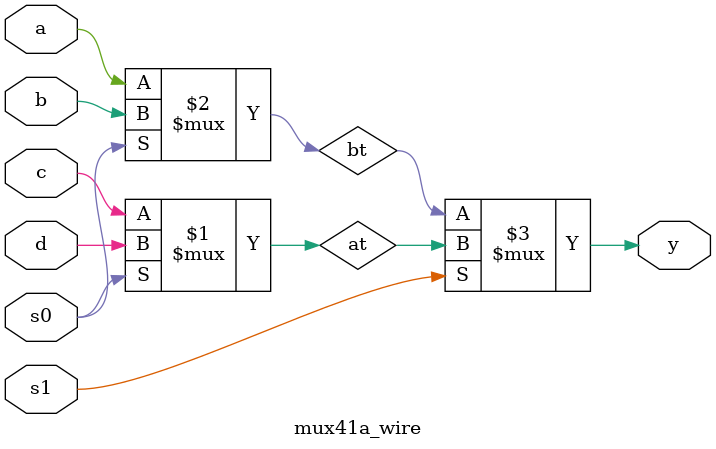
<source format=v>
module mux41a_wire(a,b,c,d,s1,s0,y);
	input a,b,c,d,s1,s0;
	output y;
	wire at =s0?d:c;
	wire bt =s0?b:a;
	wire y =(s1?at:bt);
endmodule

</source>
